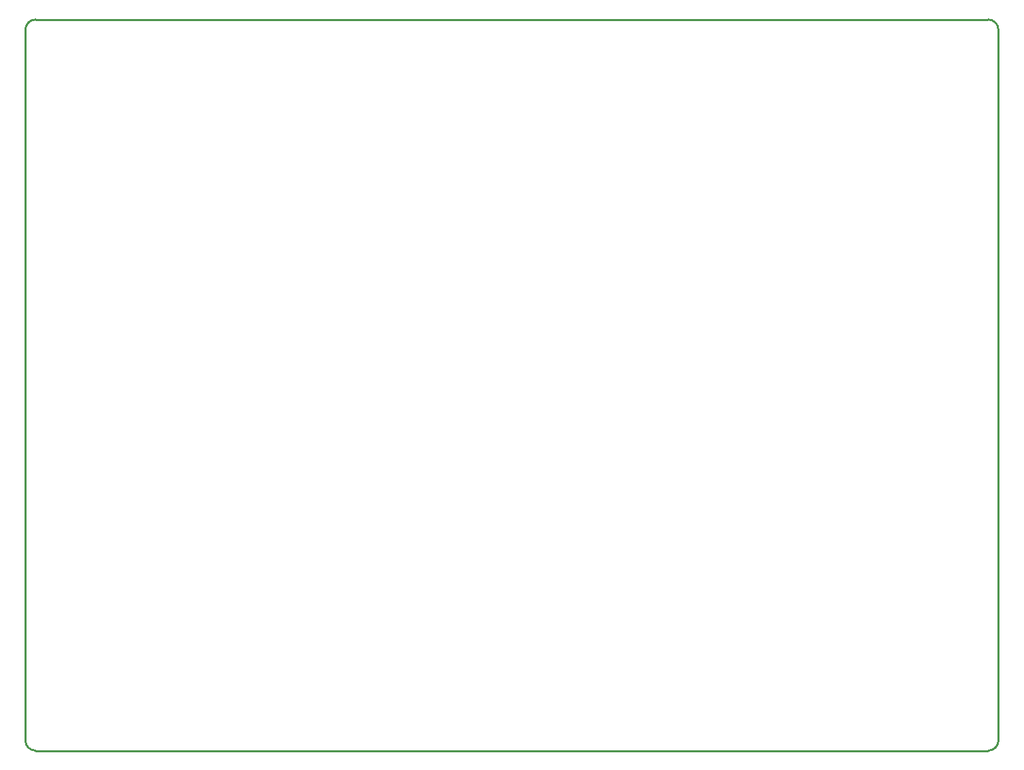
<source format=gm1>
G04*
G04 #@! TF.GenerationSoftware,Altium Limited,Altium Designer,25.2.1 (25)*
G04*
G04 Layer_Color=16711935*
%FSLAX43Y43*%
%MOMM*%
G71*
G04*
G04 #@! TF.SameCoordinates,0A798D29-7D92-4AD3-8B22-41AEFD2D755B*
G04*
G04*
G04 #@! TF.FilePolarity,Positive*
G04*
G01*
G75*
%ADD10C,0.254*%
D10*
X159730Y35000D02*
G03*
X161000Y36270I0J1270D01*
G01*
Y124730D02*
G03*
X159730Y126000I-1270J0D01*
G01*
X41270D02*
G03*
X40000Y124730I0J-1270D01*
G01*
Y36270D02*
G03*
X41270Y35000I1270J0D01*
G01*
X158580Y35000D02*
X159730D01*
X40000Y123630D02*
Y124730D01*
X41270Y126000D02*
X159730D01*
X161000Y36270D02*
Y124730D01*
X45000Y35000D02*
X159230D01*
X40000Y36270D02*
Y121500D01*
X41270Y35000D02*
X45000D01*
X40000Y121500D02*
Y123630D01*
M02*

</source>
